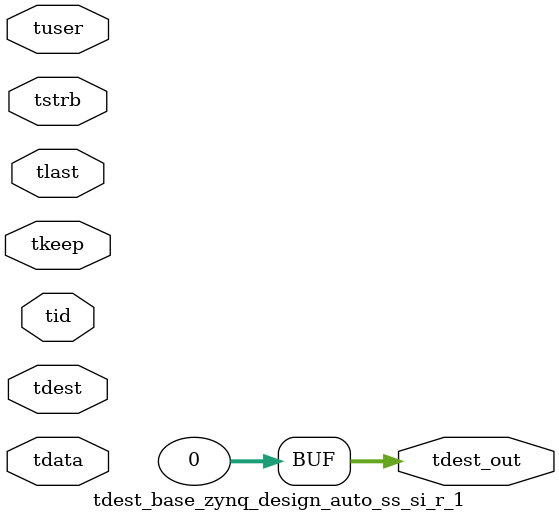
<source format=v>


`timescale 1ps/1ps

module tdest_base_zynq_design_auto_ss_si_r_1 #
(
parameter C_S_AXIS_TDATA_WIDTH = 32,
parameter C_S_AXIS_TUSER_WIDTH = 0,
parameter C_S_AXIS_TID_WIDTH   = 0,
parameter C_S_AXIS_TDEST_WIDTH = 0,
parameter C_M_AXIS_TDEST_WIDTH = 32
)
(
input  [(C_S_AXIS_TDATA_WIDTH == 0 ? 1 : C_S_AXIS_TDATA_WIDTH)-1:0     ] tdata,
input  [(C_S_AXIS_TUSER_WIDTH == 0 ? 1 : C_S_AXIS_TUSER_WIDTH)-1:0     ] tuser,
input  [(C_S_AXIS_TID_WIDTH   == 0 ? 1 : C_S_AXIS_TID_WIDTH)-1:0       ] tid,
input  [(C_S_AXIS_TDEST_WIDTH == 0 ? 1 : C_S_AXIS_TDEST_WIDTH)-1:0     ] tdest,
input  [(C_S_AXIS_TDATA_WIDTH/8)-1:0 ] tkeep,
input  [(C_S_AXIS_TDATA_WIDTH/8)-1:0 ] tstrb,
input                                                                    tlast,
output [C_M_AXIS_TDEST_WIDTH-1:0] tdest_out
);

assign tdest_out = {1'b0};

endmodule


</source>
